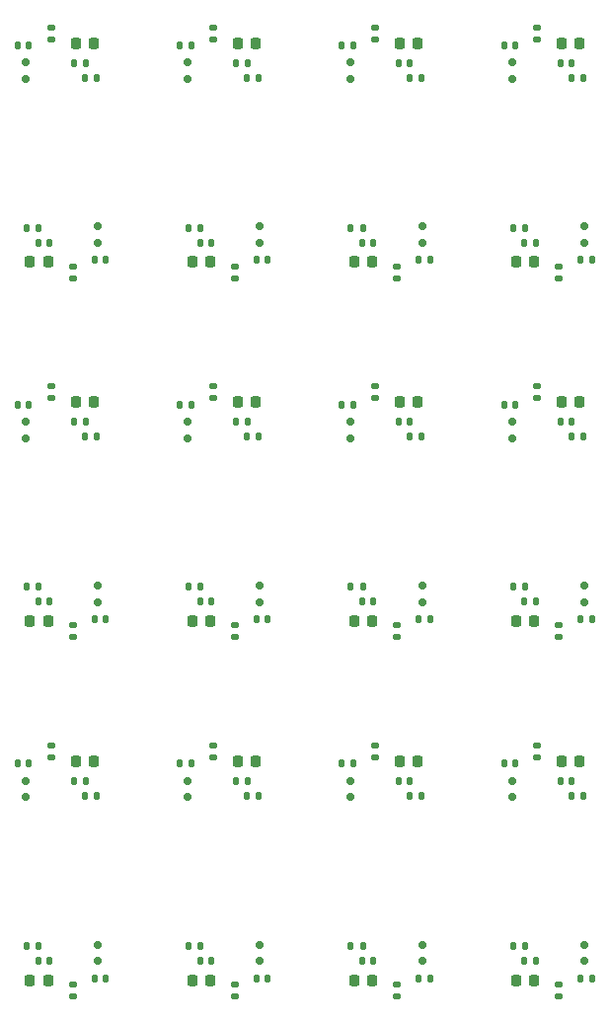
<source format=gtp>
G04 #@! TF.GenerationSoftware,KiCad,Pcbnew,9.0.6-9.0.6~ubuntu24.04.1*
G04 #@! TF.CreationDate,2026-01-17T18:06:18+01:00*
G04 #@! TF.ProjectId,panel,70616e65-6c2e-46b6-9963-61645f706362,rev?*
G04 #@! TF.SameCoordinates,Original*
G04 #@! TF.FileFunction,Paste,Top*
G04 #@! TF.FilePolarity,Positive*
%FSLAX46Y46*%
G04 Gerber Fmt 4.6, Leading zero omitted, Abs format (unit mm)*
G04 Created by KiCad (PCBNEW 9.0.6-9.0.6~ubuntu24.04.1) date 2026-01-17 18:06:18*
%MOMM*%
%LPD*%
G01*
G04 APERTURE LIST*
G04 Aperture macros list*
%AMRoundRect*
0 Rectangle with rounded corners*
0 $1 Rounding radius*
0 $2 $3 $4 $5 $6 $7 $8 $9 X,Y pos of 4 corners*
0 Add a 4 corners polygon primitive as box body*
4,1,4,$2,$3,$4,$5,$6,$7,$8,$9,$2,$3,0*
0 Add four circle primitives for the rounded corners*
1,1,$1+$1,$2,$3*
1,1,$1+$1,$4,$5*
1,1,$1+$1,$6,$7*
1,1,$1+$1,$8,$9*
0 Add four rect primitives between the rounded corners*
20,1,$1+$1,$2,$3,$4,$5,0*
20,1,$1+$1,$4,$5,$6,$7,0*
20,1,$1+$1,$6,$7,$8,$9,0*
20,1,$1+$1,$8,$9,$2,$3,0*%
G04 Aperture macros list end*
%ADD10RoundRect,0.150000X0.200000X-0.150000X0.200000X0.150000X-0.200000X0.150000X-0.200000X-0.150000X0*%
%ADD11RoundRect,0.135000X-0.185000X0.135000X-0.185000X-0.135000X0.185000X-0.135000X0.185000X0.135000X0*%
%ADD12RoundRect,0.135000X-0.135000X-0.185000X0.135000X-0.185000X0.135000X0.185000X-0.135000X0.185000X0*%
%ADD13RoundRect,0.135000X0.185000X-0.135000X0.185000X0.135000X-0.185000X0.135000X-0.185000X-0.135000X0*%
%ADD14RoundRect,0.225000X-0.225000X-0.250000X0.225000X-0.250000X0.225000X0.250000X-0.225000X0.250000X0*%
%ADD15RoundRect,0.140000X-0.140000X-0.170000X0.140000X-0.170000X0.140000X0.170000X-0.140000X0.170000X0*%
%ADD16RoundRect,0.225000X0.225000X0.250000X-0.225000X0.250000X-0.225000X-0.250000X0.225000X-0.250000X0*%
%ADD17RoundRect,0.140000X0.140000X0.170000X-0.140000X0.170000X-0.140000X-0.170000X0.140000X-0.170000X0*%
%ADD18RoundRect,0.135000X0.135000X0.185000X-0.135000X0.185000X-0.135000X-0.185000X0.135000X-0.185000X0*%
%ADD19RoundRect,0.150000X-0.200000X0.150000X-0.200000X-0.150000X0.200000X-0.150000X0.200000X0.150000X0*%
G04 APERTURE END LIST*
D10*
G04 #@! TO.C,D101*
X35160000Y-42580000D03*
X35160000Y-43980000D03*
G04 #@! TD*
D11*
G04 #@! TO.C,R105*
X51210000Y-8750001D03*
X51210000Y-9769999D03*
G04 #@! TD*
D12*
G04 #@! TO.C,R101*
X21340001Y-25930000D03*
X22359999Y-25930000D03*
G04 #@! TD*
D13*
G04 #@! TO.C,R105*
X39190000Y-30249999D03*
X39190000Y-29230001D03*
G04 #@! TD*
D10*
G04 #@! TO.C,D101*
X21260000Y-11780000D03*
X21260000Y-13180000D03*
G04 #@! TD*
D14*
G04 #@! TO.C,C102*
X49425000Y-59690000D03*
X50975000Y-59690000D03*
G04 #@! TD*
D12*
G04 #@! TO.C,R101*
X35240001Y-87530000D03*
X36259999Y-87530000D03*
G04 #@! TD*
D15*
G04 #@! TO.C,C103*
X27170000Y-90300000D03*
X28130000Y-90300000D03*
G04 #@! TD*
D16*
G04 #@! TO.C,C102*
X40975000Y-71710000D03*
X39425000Y-71710000D03*
G04 #@! TD*
D15*
G04 #@! TO.C,C105*
X22320000Y-58000000D03*
X23280000Y-58000000D03*
G04 #@! TD*
G04 #@! TO.C,C105*
X22320000Y-27200000D03*
X23280000Y-27200000D03*
G04 #@! TD*
D17*
G04 #@! TO.C,C103*
X49330000Y-71900000D03*
X48370000Y-71900000D03*
G04 #@! TD*
D10*
G04 #@! TO.C,D101*
X7360000Y-42580000D03*
X7360000Y-43980000D03*
G04 #@! TD*
D11*
G04 #@! TO.C,R105*
X23410000Y-8750001D03*
X23410000Y-9769999D03*
G04 #@! TD*
D18*
G04 #@! TO.C,R101*
X27359999Y-13070000D03*
X26340001Y-13070000D03*
G04 #@! TD*
D11*
G04 #@! TO.C,R105*
X9510000Y-8750001D03*
X9510000Y-9769999D03*
G04 #@! TD*
D10*
G04 #@! TO.C,D101*
X49060000Y-73380000D03*
X49060000Y-74780000D03*
G04 #@! TD*
D15*
G04 #@! TO.C,C105*
X50120000Y-88800000D03*
X51080000Y-88800000D03*
G04 #@! TD*
D10*
G04 #@! TO.C,D101*
X35160000Y-11780000D03*
X35160000Y-13180000D03*
G04 #@! TD*
D17*
G04 #@! TO.C,C105*
X40280000Y-42600000D03*
X39320000Y-42600000D03*
G04 #@! TD*
G04 #@! TO.C,C103*
X49330000Y-41100000D03*
X48370000Y-41100000D03*
G04 #@! TD*
G04 #@! TO.C,C103*
X7630000Y-41100000D03*
X6670000Y-41100000D03*
G04 #@! TD*
D13*
G04 #@! TO.C,R105*
X39190000Y-61049999D03*
X39190000Y-60030001D03*
G04 #@! TD*
D19*
G04 #@! TO.C,D101*
X27440000Y-88820000D03*
X27440000Y-87420000D03*
G04 #@! TD*
D17*
G04 #@! TO.C,C105*
X12480000Y-42600000D03*
X11520000Y-42600000D03*
G04 #@! TD*
D14*
G04 #@! TO.C,C102*
X35525000Y-28890000D03*
X37075000Y-28890000D03*
G04 #@! TD*
D10*
G04 #@! TO.C,D101*
X35160000Y-73380000D03*
X35160000Y-74780000D03*
G04 #@! TD*
D19*
G04 #@! TO.C,D101*
X41340000Y-88820000D03*
X41340000Y-87420000D03*
G04 #@! TD*
D10*
G04 #@! TO.C,D101*
X7360000Y-73380000D03*
X7360000Y-74780000D03*
G04 #@! TD*
D13*
G04 #@! TO.C,R105*
X25290000Y-91849999D03*
X25290000Y-90830001D03*
G04 #@! TD*
D18*
G04 #@! TO.C,R101*
X27359999Y-74670000D03*
X26340001Y-74670000D03*
G04 #@! TD*
D15*
G04 #@! TO.C,C105*
X36220000Y-27200000D03*
X37180000Y-27200000D03*
G04 #@! TD*
D14*
G04 #@! TO.C,C102*
X49425000Y-90490000D03*
X50975000Y-90490000D03*
G04 #@! TD*
D15*
G04 #@! TO.C,C103*
X41070000Y-90300000D03*
X42030000Y-90300000D03*
G04 #@! TD*
D17*
G04 #@! TO.C,C103*
X21530000Y-10300000D03*
X20570000Y-10300000D03*
G04 #@! TD*
D15*
G04 #@! TO.C,C103*
X54970000Y-28700000D03*
X55930000Y-28700000D03*
G04 #@! TD*
D12*
G04 #@! TO.C,R101*
X21340001Y-56730000D03*
X22359999Y-56730000D03*
G04 #@! TD*
D15*
G04 #@! TO.C,C103*
X54970000Y-90300000D03*
X55930000Y-90300000D03*
G04 #@! TD*
D12*
G04 #@! TO.C,R101*
X35240001Y-56730000D03*
X36259999Y-56730000D03*
G04 #@! TD*
D11*
G04 #@! TO.C,R105*
X9510000Y-39550001D03*
X9510000Y-40569999D03*
G04 #@! TD*
D14*
G04 #@! TO.C,C102*
X49425000Y-28890000D03*
X50975000Y-28890000D03*
G04 #@! TD*
D15*
G04 #@! TO.C,C103*
X27170000Y-59500000D03*
X28130000Y-59500000D03*
G04 #@! TD*
D13*
G04 #@! TO.C,R105*
X25290000Y-30249999D03*
X25290000Y-29230001D03*
G04 #@! TD*
D17*
G04 #@! TO.C,C103*
X35430000Y-41100000D03*
X34470000Y-41100000D03*
G04 #@! TD*
D16*
G04 #@! TO.C,C102*
X27075000Y-71710000D03*
X25525000Y-71710000D03*
G04 #@! TD*
D17*
G04 #@! TO.C,C103*
X35430000Y-10300000D03*
X34470000Y-10300000D03*
G04 #@! TD*
D12*
G04 #@! TO.C,R101*
X21340001Y-87530000D03*
X22359999Y-87530000D03*
G04 #@! TD*
D13*
G04 #@! TO.C,R105*
X39190000Y-91849999D03*
X39190000Y-90830001D03*
G04 #@! TD*
D17*
G04 #@! TO.C,C105*
X40280000Y-73400000D03*
X39320000Y-73400000D03*
G04 #@! TD*
D12*
G04 #@! TO.C,R101*
X49140001Y-25930000D03*
X50159999Y-25930000D03*
G04 #@! TD*
D10*
G04 #@! TO.C,D101*
X49060000Y-42580000D03*
X49060000Y-43980000D03*
G04 #@! TD*
D18*
G04 #@! TO.C,R101*
X55159999Y-74670000D03*
X54140001Y-74670000D03*
G04 #@! TD*
D17*
G04 #@! TO.C,C103*
X7630000Y-10300000D03*
X6670000Y-10300000D03*
G04 #@! TD*
G04 #@! TO.C,C105*
X26380000Y-73400000D03*
X25420000Y-73400000D03*
G04 #@! TD*
D15*
G04 #@! TO.C,C105*
X8420000Y-27200000D03*
X9380000Y-27200000D03*
G04 #@! TD*
G04 #@! TO.C,C105*
X36220000Y-88800000D03*
X37180000Y-88800000D03*
G04 #@! TD*
D17*
G04 #@! TO.C,C105*
X54180000Y-11800000D03*
X53220000Y-11800000D03*
G04 #@! TD*
G04 #@! TO.C,C105*
X54180000Y-42600000D03*
X53220000Y-42600000D03*
G04 #@! TD*
D16*
G04 #@! TO.C,C102*
X27075000Y-40910000D03*
X25525000Y-40910000D03*
G04 #@! TD*
D17*
G04 #@! TO.C,C105*
X12480000Y-73400000D03*
X11520000Y-73400000D03*
G04 #@! TD*
G04 #@! TO.C,C105*
X26380000Y-11800000D03*
X25420000Y-11800000D03*
G04 #@! TD*
D12*
G04 #@! TO.C,R101*
X7440001Y-25930000D03*
X8459999Y-25930000D03*
G04 #@! TD*
D10*
G04 #@! TO.C,D101*
X21260000Y-73380000D03*
X21260000Y-74780000D03*
G04 #@! TD*
D18*
G04 #@! TO.C,R101*
X41259999Y-13070000D03*
X40240001Y-13070000D03*
G04 #@! TD*
D17*
G04 #@! TO.C,C105*
X26380000Y-42600000D03*
X25420000Y-42600000D03*
G04 #@! TD*
D15*
G04 #@! TO.C,C103*
X13270000Y-59500000D03*
X14230000Y-59500000D03*
G04 #@! TD*
G04 #@! TO.C,C105*
X8420000Y-88800000D03*
X9380000Y-88800000D03*
G04 #@! TD*
D13*
G04 #@! TO.C,R105*
X11390000Y-30249999D03*
X11390000Y-29230001D03*
G04 #@! TD*
D15*
G04 #@! TO.C,C105*
X50120000Y-58000000D03*
X51080000Y-58000000D03*
G04 #@! TD*
D14*
G04 #@! TO.C,C102*
X35525000Y-90490000D03*
X37075000Y-90490000D03*
G04 #@! TD*
D10*
G04 #@! TO.C,D101*
X7360000Y-11780000D03*
X7360000Y-13180000D03*
G04 #@! TD*
D15*
G04 #@! TO.C,C105*
X8420000Y-58000000D03*
X9380000Y-58000000D03*
G04 #@! TD*
D12*
G04 #@! TO.C,R101*
X35240001Y-25930000D03*
X36259999Y-25930000D03*
G04 #@! TD*
G04 #@! TO.C,R101*
X7440001Y-87530000D03*
X8459999Y-87530000D03*
G04 #@! TD*
D17*
G04 #@! TO.C,C103*
X21530000Y-41100000D03*
X20570000Y-41100000D03*
G04 #@! TD*
D10*
G04 #@! TO.C,D101*
X21260000Y-42580000D03*
X21260000Y-43980000D03*
G04 #@! TD*
D15*
G04 #@! TO.C,C103*
X13270000Y-28700000D03*
X14230000Y-28700000D03*
G04 #@! TD*
D13*
G04 #@! TO.C,R105*
X11390000Y-61049999D03*
X11390000Y-60030001D03*
G04 #@! TD*
D15*
G04 #@! TO.C,C105*
X22320000Y-88800000D03*
X23280000Y-88800000D03*
G04 #@! TD*
D17*
G04 #@! TO.C,C105*
X12480000Y-11800000D03*
X11520000Y-11800000D03*
G04 #@! TD*
D11*
G04 #@! TO.C,R105*
X37310000Y-39550001D03*
X37310000Y-40569999D03*
G04 #@! TD*
D18*
G04 #@! TO.C,R101*
X27359999Y-43870000D03*
X26340001Y-43870000D03*
G04 #@! TD*
D16*
G04 #@! TO.C,C102*
X27075000Y-10110000D03*
X25525000Y-10110000D03*
G04 #@! TD*
D14*
G04 #@! TO.C,C102*
X7725000Y-28890000D03*
X9275000Y-28890000D03*
G04 #@! TD*
D16*
G04 #@! TO.C,C102*
X54875000Y-71710000D03*
X53325000Y-71710000D03*
G04 #@! TD*
D15*
G04 #@! TO.C,C105*
X36220000Y-58000000D03*
X37180000Y-58000000D03*
G04 #@! TD*
D17*
G04 #@! TO.C,C103*
X7630000Y-71900000D03*
X6670000Y-71900000D03*
G04 #@! TD*
D12*
G04 #@! TO.C,R101*
X49140001Y-87530000D03*
X50159999Y-87530000D03*
G04 #@! TD*
G04 #@! TO.C,R101*
X7440001Y-56730000D03*
X8459999Y-56730000D03*
G04 #@! TD*
D13*
G04 #@! TO.C,R105*
X53090000Y-61049999D03*
X53090000Y-60030001D03*
G04 #@! TD*
D19*
G04 #@! TO.C,D101*
X55240000Y-88820000D03*
X55240000Y-87420000D03*
G04 #@! TD*
G04 #@! TO.C,D101*
X55240000Y-58020000D03*
X55240000Y-56620000D03*
G04 #@! TD*
D14*
G04 #@! TO.C,C102*
X35525000Y-59690000D03*
X37075000Y-59690000D03*
G04 #@! TD*
D16*
G04 #@! TO.C,C102*
X13175000Y-40910000D03*
X11625000Y-40910000D03*
G04 #@! TD*
D13*
G04 #@! TO.C,R105*
X53090000Y-91849999D03*
X53090000Y-90830001D03*
G04 #@! TD*
D14*
G04 #@! TO.C,C102*
X7725000Y-90490000D03*
X9275000Y-90490000D03*
G04 #@! TD*
D18*
G04 #@! TO.C,R101*
X13459999Y-13070000D03*
X12440001Y-13070000D03*
G04 #@! TD*
D15*
G04 #@! TO.C,C103*
X41070000Y-59500000D03*
X42030000Y-59500000D03*
G04 #@! TD*
D19*
G04 #@! TO.C,D101*
X27440000Y-58020000D03*
X27440000Y-56620000D03*
G04 #@! TD*
G04 #@! TO.C,D101*
X13540000Y-58020000D03*
X13540000Y-56620000D03*
G04 #@! TD*
D11*
G04 #@! TO.C,R105*
X37310000Y-70350001D03*
X37310000Y-71369999D03*
G04 #@! TD*
D18*
G04 #@! TO.C,R101*
X13459999Y-74670000D03*
X12440001Y-74670000D03*
G04 #@! TD*
D19*
G04 #@! TO.C,D101*
X13540000Y-88820000D03*
X13540000Y-87420000D03*
G04 #@! TD*
D17*
G04 #@! TO.C,C103*
X21530000Y-71900000D03*
X20570000Y-71900000D03*
G04 #@! TD*
D11*
G04 #@! TO.C,R105*
X9510000Y-70350001D03*
X9510000Y-71369999D03*
G04 #@! TD*
D16*
G04 #@! TO.C,C102*
X54875000Y-10110000D03*
X53325000Y-10110000D03*
G04 #@! TD*
D17*
G04 #@! TO.C,C103*
X35430000Y-71900000D03*
X34470000Y-71900000D03*
G04 #@! TD*
D16*
G04 #@! TO.C,C102*
X13175000Y-71710000D03*
X11625000Y-71710000D03*
G04 #@! TD*
D15*
G04 #@! TO.C,C103*
X27170000Y-28700000D03*
X28130000Y-28700000D03*
G04 #@! TD*
G04 #@! TO.C,C103*
X41070000Y-28700000D03*
X42030000Y-28700000D03*
G04 #@! TD*
D19*
G04 #@! TO.C,D101*
X27440000Y-27220000D03*
X27440000Y-25820000D03*
G04 #@! TD*
G04 #@! TO.C,D101*
X13540000Y-27220000D03*
X13540000Y-25820000D03*
G04 #@! TD*
D15*
G04 #@! TO.C,C103*
X13270000Y-90300000D03*
X14230000Y-90300000D03*
G04 #@! TD*
D18*
G04 #@! TO.C,R101*
X41259999Y-74670000D03*
X40240001Y-74670000D03*
G04 #@! TD*
D14*
G04 #@! TO.C,C102*
X21625000Y-28890000D03*
X23175000Y-28890000D03*
G04 #@! TD*
D18*
G04 #@! TO.C,R101*
X13459999Y-43870000D03*
X12440001Y-43870000D03*
G04 #@! TD*
D16*
G04 #@! TO.C,C102*
X54875000Y-40910000D03*
X53325000Y-40910000D03*
G04 #@! TD*
D11*
G04 #@! TO.C,R105*
X23410000Y-39550001D03*
X23410000Y-40569999D03*
G04 #@! TD*
D14*
G04 #@! TO.C,C102*
X21625000Y-59690000D03*
X23175000Y-59690000D03*
G04 #@! TD*
D16*
G04 #@! TO.C,C102*
X40975000Y-10110000D03*
X39425000Y-10110000D03*
G04 #@! TD*
D17*
G04 #@! TO.C,C103*
X49330000Y-10300000D03*
X48370000Y-10300000D03*
G04 #@! TD*
D16*
G04 #@! TO.C,C102*
X13175000Y-10110000D03*
X11625000Y-10110000D03*
G04 #@! TD*
D18*
G04 #@! TO.C,R101*
X55159999Y-43870000D03*
X54140001Y-43870000D03*
G04 #@! TD*
D13*
G04 #@! TO.C,R105*
X53090000Y-30249999D03*
X53090000Y-29230001D03*
G04 #@! TD*
D19*
G04 #@! TO.C,D101*
X41340000Y-58020000D03*
X41340000Y-56620000D03*
G04 #@! TD*
D16*
G04 #@! TO.C,C102*
X40975000Y-40910000D03*
X39425000Y-40910000D03*
G04 #@! TD*
D10*
G04 #@! TO.C,D101*
X49060000Y-11780000D03*
X49060000Y-13180000D03*
G04 #@! TD*
D15*
G04 #@! TO.C,C105*
X50120000Y-27200000D03*
X51080000Y-27200000D03*
G04 #@! TD*
D13*
G04 #@! TO.C,R105*
X11390000Y-91849999D03*
X11390000Y-90830001D03*
G04 #@! TD*
G04 #@! TO.C,R105*
X25290000Y-61049999D03*
X25290000Y-60030001D03*
G04 #@! TD*
D18*
G04 #@! TO.C,R101*
X55159999Y-13070000D03*
X54140001Y-13070000D03*
G04 #@! TD*
D19*
G04 #@! TO.C,D101*
X41340000Y-27220000D03*
X41340000Y-25820000D03*
G04 #@! TD*
D11*
G04 #@! TO.C,R105*
X51210000Y-70350001D03*
X51210000Y-71369999D03*
G04 #@! TD*
D15*
G04 #@! TO.C,C103*
X54970000Y-59500000D03*
X55930000Y-59500000D03*
G04 #@! TD*
D18*
G04 #@! TO.C,R101*
X41259999Y-43870000D03*
X40240001Y-43870000D03*
G04 #@! TD*
D14*
G04 #@! TO.C,C102*
X7725000Y-59690000D03*
X9275000Y-59690000D03*
G04 #@! TD*
D19*
G04 #@! TO.C,D101*
X55240000Y-27220000D03*
X55240000Y-25820000D03*
G04 #@! TD*
D17*
G04 #@! TO.C,C105*
X40280000Y-11800000D03*
X39320000Y-11800000D03*
G04 #@! TD*
D11*
G04 #@! TO.C,R105*
X51210000Y-39550001D03*
X51210000Y-40569999D03*
G04 #@! TD*
G04 #@! TO.C,R105*
X37310000Y-8750001D03*
X37310000Y-9769999D03*
G04 #@! TD*
D17*
G04 #@! TO.C,C105*
X54180000Y-73400000D03*
X53220000Y-73400000D03*
G04 #@! TD*
D14*
G04 #@! TO.C,C102*
X21625000Y-90490000D03*
X23175000Y-90490000D03*
G04 #@! TD*
D11*
G04 #@! TO.C,R105*
X23410000Y-70350001D03*
X23410000Y-71369999D03*
G04 #@! TD*
D12*
G04 #@! TO.C,R101*
X49140001Y-56730000D03*
X50159999Y-56730000D03*
G04 #@! TD*
M02*

</source>
